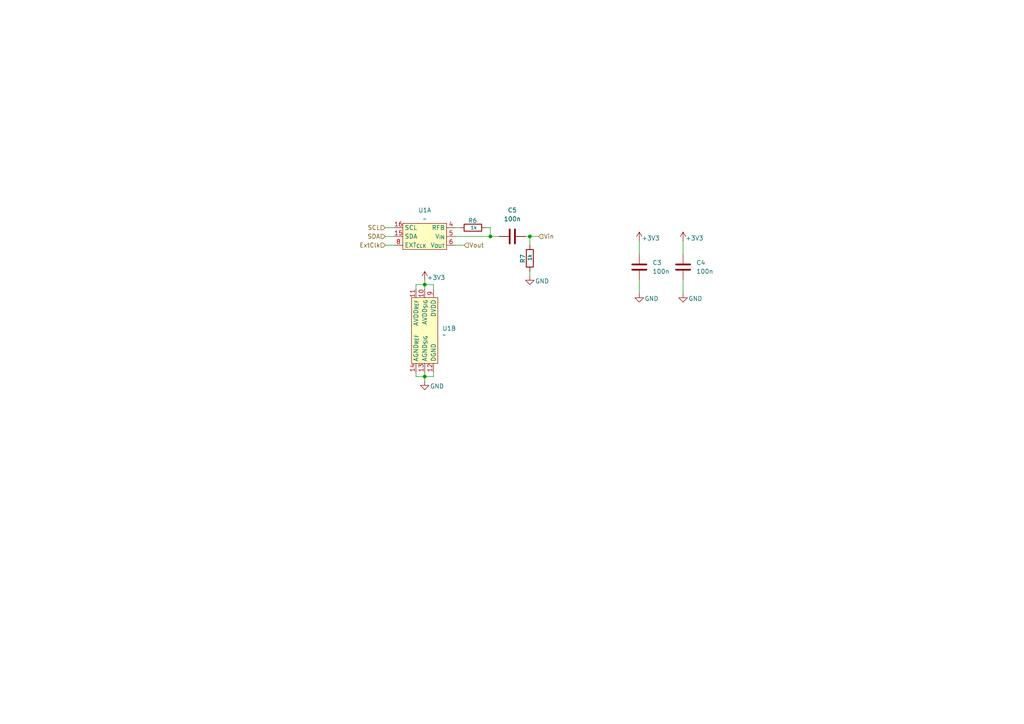
<source format=kicad_sch>
(kicad_sch (version 20231120) (generator "eeschema") (generator_version "8.0")
  (paper "A4")
  (lib_symbols
    (symbol "AD5933:AD5933"
      (property "Reference" "U" (at -5.08 2.286 0))
      (symbol "AD5933_1_1"
        (rectangle (start -6.35 1.27) (end 6.35 -6.35) (fill (type background)))
        (pin input line (at 2.54 -8.89 90) (length 2.54) hide (name "") (number "1"))
        (pin input line (at -8.89 -2.54 0) (length 2.54) (name "SDA") (number "15"))
        (pin input line (at -8.89 0 0) (length 2.54) (name "SCL") (number "16"))
        (pin input line (at 0 -8.89 90) (length 2.54) hide (name "") (number "2"))
        (pin input line (at -2.54 -8.89 90) (length 2.54) hide (name "") (number "3"))
        (pin input line (at 8.89 0 180) (length 2.54) (name "RFB") (number "4"))
        (pin input line (at 8.89 -2.54 180) (length 2.54) (name "V_{IN}") (number "5"))
        (pin input line (at 8.89 -5.08 180) (length 2.54) (name "V_{OUT}") (number "6"))
        (pin input line (at -8.89 -5.08 0) (length 2.54) (name "EXT_{CLK}") (number "8"))
      )
      (symbol "AD5933_2_1"
        (rectangle (start -3.81 12.7) (end 3.81 -6.35) (fill (type background)))
        (pin power_in line (at 0 15.24 270) (length 2.54) (name "AVDD_{SIG}") (number "10"))
        (pin power_in line (at -2.54 15.24 270) (length 2.54) (name "AVDD_{REF}") (number "11"))
        (pin power_in line (at 2.54 -8.89 90) (length 2.54) (name "DGND") (number "12"))
        (pin power_in line (at 0 -8.89 90) (length 2.54) (name "AGND_{SIG}") (number "13"))
        (pin power_in line (at -2.54 -8.89 90) (length 2.54) (name "AGND_{REF}") (number "14"))
        (pin power_in line (at 2.54 15.24 270) (length 2.54) (name "DVDD") (number "9"))
      )
    )
    (symbol "Device:C" (pin_numbers hide) (pin_names (offset 0.254))
      (property "Reference" "C" (at 0.635 2.54 0))
      (property "Value" "C" (at 0.635 -2.54 0))
      (symbol "C_0_1"
        (polyline (pts (xy -2.032 -0.762) (xy 2.032 -0.762)) (stroke (width 0.508)))
        (polyline (pts (xy -2.032 0.762) (xy 2.032 0.762)) (stroke (width 0.508)))
      )
      (symbol "C_1_1"
        (pin passive line (at 0 3.81 270) (length 2.794) (name "~") (number "1"))
        (pin passive line (at 0 -3.81 90) (length 2.794) (name "~") (number "2"))
      )
    )
    (symbol "Device:R" (pin_numbers hide) (pin_names (offset 0))
      (property "Reference" "R" (at 2.032 0 90))
      (property "Value" "R" (at 0 0 90))
      (symbol "R_0_1"
        (rectangle (start -1.016 -2.54) (end 1.016 2.54) (stroke (width 0.254)))
      )
      (symbol "R_1_1"
        (pin passive line (at 0 3.81 270) (length 1.27) (name "~") (number "1"))
        (pin passive line (at 0 -3.81 90) (length 1.27) (name "~") (number "2"))
      )
    )
    (symbol "power:+3V3" (power) (pin_numbers hide) (pin_names (offset 0) hide)
      (property "Value" "+3V3" (at 0 3.556 0))
      (symbol "+3V3_0_1"
        (polyline (pts (xy -0.762 1.27) (xy 0 2.54)))
        (polyline (pts (xy 0 0) (xy 0 2.54)))
        (polyline (pts (xy 0 2.54) (xy 0.762 1.27)))
      )
      (symbol "+3V3_1_1"
        (pin power_in line (at 0 0 90) (length 0) (name "~") (number "1"))
      )
    )
    (symbol "power:GND" (power) (pin_numbers hide) (pin_names (offset 0) hide)
      (property "Value" "GND" (at 0 -3.81 0))
      (symbol "GND_0_1"
        (polyline (pts (xy 0 0) (xy 0 -1.27) (xy 1.27 -1.27) (xy 0 -2.54) (xy -1.27 -1.27) (xy 0 -1.27)))
      )
      (symbol "GND_1_1"
        (pin power_in line (at 0 0 270) (length 0) (name "~") (number "1"))
      )
    )
  )
  (junction (at 153.67 68.58))
  (junction (at 123.19 109.22))
  (junction (at 142.24 68.58))
  (junction (at 123.19 82.55))
  (wire (pts (xy 120.65 82.55) (xy 123.19 82.55)))
  (wire (pts (xy 125.73 107.95) (xy 125.73 109.22)))
  (wire (pts (xy 120.65 109.22) (xy 123.19 109.22)))
  (wire (pts (xy 123.19 109.22) (xy 123.19 107.95)))
  (wire (pts (xy 111.76 66.04) (xy 114.3 66.04)))
  (wire (pts (xy 132.08 66.04) (xy 133.35 66.04)))
  (wire (pts (xy 152.4 68.58) (xy 153.67 68.58)))
  (wire (pts (xy 153.67 68.58) (xy 156.21 68.58)))
  (wire (pts (xy 198.12 81.28) (xy 198.12 85.09)))
  (wire (pts (xy 123.19 109.22) (xy 123.19 110.49)))
  (wire (pts (xy 125.73 109.22) (xy 123.19 109.22)))
  (wire (pts (xy 111.76 68.58) (xy 114.3 68.58)))
  (wire (pts (xy 198.12 69.85) (xy 198.12 73.66)))
  (wire (pts (xy 120.65 107.95) (xy 120.65 109.22)))
  (wire (pts (xy 142.24 68.58) (xy 142.24 66.04)))
  (wire (pts (xy 142.24 68.58) (xy 144.78 68.58)))
  (wire (pts (xy 142.24 66.04) (xy 140.97 66.04)))
  (wire (pts (xy 125.73 82.55) (xy 123.19 82.55)))
  (wire (pts (xy 153.67 78.74) (xy 153.67 80.01)))
  (wire (pts (xy 120.65 83.82) (xy 120.65 82.55)))
  (wire (pts (xy 132.08 71.12) (xy 134.62 71.12)))
  (wire (pts (xy 185.42 69.85) (xy 185.42 73.66)))
  (wire (pts (xy 125.73 83.82) (xy 125.73 82.55)))
  (wire (pts (xy 123.19 82.55) (xy 123.19 81.28)))
  (wire (pts (xy 185.42 81.28) (xy 185.42 85.09)))
  (wire (pts (xy 123.19 82.55) (xy 123.19 83.82)))
  (wire (pts (xy 132.08 68.58) (xy 142.24 68.58)))
  (wire (pts (xy 111.76 71.12) (xy 114.3 71.12)))
  (wire (pts (xy 153.67 68.58) (xy 153.67 71.12)))
  (hierarchical_label "Vin" (shape input) (at 156.21 68.58 0))
  (hierarchical_label "Vout" (shape input) (at 134.62 71.12 0))
  (hierarchical_label "SCL" (shape input) (at 111.76 66.04 180))
  (hierarchical_label "SDA" (shape input) (at 111.76 68.58 180))
  (hierarchical_label "ExtClk" (shape input) (at 111.76 71.12 180))
  (symbol (lib_id "power:+3V3") (at 198.12 69.85 0) (unit 1)
    (property "Reference" "#PWR014" (effects (hide yes)))
    (property "Value" "+3V3" (at 201.422 69.088 0))
    (property "Description" "Power symbol creates a global label with name \"+3V3\"" (effects (hide yes)))
  )
  (symbol (lib_id "AD5933:AD5933") (at 123.19 66.04 0) (unit 1)
    (property "Reference" "U1" (at 123.19 60.96 0))
    (property "Value" "~" (at 123.19 63.5 0))
  )
  (symbol (lib_id "AD5933:AD5933") (at 123.19 99.06 0) (unit 2)
    (property "Reference" "U1" (at 128.27 95.2499 0) (effects (justify left)))
    (property "Value" "~" (at 128.27 97.155 0) (effects (justify left)))
  )
  (symbol (lib_id "power:GND") (at 185.42 85.09 0) (unit 1)
    (property "Reference" "#PWR013" (effects (hide yes)))
    (property "Value" "GND" (at 188.976 86.614 0))
    (property "Description" "Power symbol creates a global label with name \"GND\" , ground" (effects (hide yes)))
  )
  (symbol (lib_id "power:GND") (at 153.67 80.01 0) (unit 1)
    (property "Reference" "#PWR018" (effects (hide yes)))
    (property "Value" "GND" (at 157.226 81.534 0))
    (property "Description" "Power symbol creates a global label with name \"GND\" , ground" (effects (hide yes)))
  )
  (symbol (lib_id "power:GND") (at 123.19 110.49 0) (unit 1)
    (property "Reference" "#PWR017" (effects (hide yes)))
    (property "Value" "GND" (at 126.746 112.014 0))
    (property "Description" "Power symbol creates a global label with name \"GND\" , ground" (effects (hide yes)))
  )
  (symbol (lib_id "Device:C") (at 198.12 77.47 0) (unit 1)
    (property "Reference" "C4" (at 201.93 76.1999 0) (effects (justify left)))
    (property "Value" "100n" (at 201.93 78.7399 0) (effects (justify left)))
    (property "Description" "Unpolarized capacitor" (effects (hide yes)))
  )
  (symbol (lib_id "Device:R") (at 153.67 74.93 180) (unit 1)
    (property "Reference" "R7" (at 151.638 73.66 90) (effects (justify left)))
    (property "Value" "1k" (at 153.67 74.676 90) (effects (font (size 1.016 1.016))))
    (property "Description" "Resistor" (effects (hide yes)))
  )
  (symbol (lib_id "Device:R") (at 137.16 66.04 90) (unit 1)
    (property "Reference" "R6" (at 138.43 64.008 90) (effects (justify left)))
    (property "Value" "1k" (at 137.414 66.04 90) (effects (font (size 1.016 1.016))))
    (property "Description" "Resistor" (effects (hide yes)))
  )
  (symbol (lib_id "Device:C") (at 185.42 77.47 0) (unit 1)
    (property "Reference" "C3" (at 189.23 76.1999 0) (effects (justify left)))
    (property "Value" "100n" (at 189.23 78.7399 0) (effects (justify left)))
    (property "Description" "Unpolarized capacitor" (effects (hide yes)))
  )
  (symbol (lib_id "power:+3V3") (at 185.42 69.85 0) (unit 1)
    (property "Reference" "#PWR012" (effects (hide yes)))
    (property "Value" "+3V3" (at 188.722 69.088 0))
    (property "Description" "Power symbol creates a global label with name \"+3V3\"" (effects (hide yes)))
  )
  (symbol (lib_id "power:GND") (at 198.12 85.09 0) (unit 1)
    (property "Reference" "#PWR015" (effects (hide yes)))
    (property "Value" "GND" (at 201.676 86.614 0))
    (property "Description" "Power symbol creates a global label with name \"GND\" , ground" (effects (hide yes)))
  )
  (symbol (lib_id "power:+3V3") (at 123.19 81.28 0) (unit 1)
    (property "Reference" "#PWR016" (effects (hide yes)))
    (property "Value" "+3V3" (at 126.492 80.518 0))
    (property "Description" "Power symbol creates a global label with name \"+3V3\"" (effects (hide yes)))
  )
  (symbol (lib_id "Device:C") (at 148.59 68.58 90) (unit 1)
    (property "Reference" "C5" (at 148.59 60.96 90))
    (property "Value" "100n" (at 148.59 63.5 90))
    (property "Description" "Unpolarized capacitor" (effects (hide yes)))
  )
)
</source>
